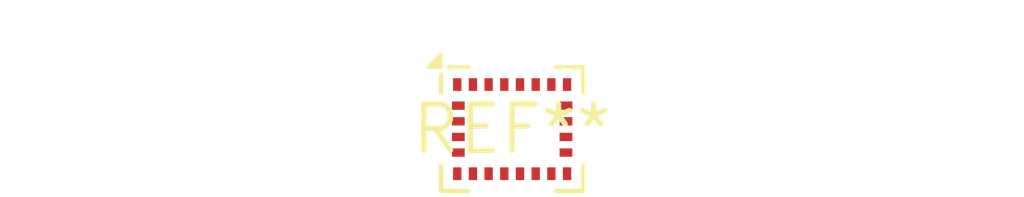
<source format=kicad_pcb>
(kicad_pcb (version 20240108) (generator pcbnew)
  (layers (0 "F.Cu" signal) (31 "B.Cu" signal) (34 "B.Paste" user) (35 "F.Paste" user) (36 "B.SilkS" user "B.Silkscreen") (37 "F.SilkS" user "F.Silkscreen") (38 "B.Mask" user) (39 "F.Mask" user) (44 "Edge.Cuts" user))
  (net 0 "")
  (footprint "LGA-24L_3x3.5mm_P0.43mm" (layer "F.Cu") (at 0 0)
    (property "Reference" "REF**")
    (property "Value" "LGA-24L_3x3.5mm_P0.43mm")
    (fp_line (start -1.95 -1.5) (end -1.95 -1) (layer "F.SilkS") (stroke (width 0.12)))
    (fp_line (start -1.95 1.7) (end -1.95 1) (layer "F.SilkS") (stroke (width 0.12)))
    (fp_line (start -1.2 -1.7) (end -1.75 -1.7) (layer "F.SilkS") (stroke (width 0.12)))
    (fp_line (start -1.2 1.7) (end -1.95 1.7) (layer "F.SilkS") (stroke (width 0.12)))
    (fp_line (start 1.2 -1.7) (end 1.95 -1.7) (layer "F.SilkS") (stroke (width 0.12)))
    (fp_line (start 1.95 -1.7) (end 1.95 -1) (layer "F.SilkS") (stroke (width 0.12)))
    (fp_line (start 1.95 1) (end 1.95 1.7) (layer "F.SilkS") (stroke (width 0.12)))
    (fp_line (start 1.95 1.7) (end 1.2 1.7) (layer "F.SilkS") (stroke (width 0.12)))
    (fp_poly (pts (xy -1.95 -1.7) (xy -2.31 -1.7) (xy -1.95 -2.06) (xy -1.95 -1.7)) (layer "F.SilkS") (stroke (width 0.1)) (fill solid))
    (pad "1" smd rect (at -1.505 -1.225) (size 0.23 0.35) (layers "F.Cu" "F.Paste" "F.Mask"))
    (pad "2" smd rect (at -1.475 -0.645) (size 0.35 0.23) (layers "F.Cu" "F.Paste" "F.Mask"))
    (pad "3" smd rect (at -1.475 -0.215) (size 0.35 0.23) (layers "F.Cu" "F.Paste" "F.Mask"))
    (pad "4" smd rect (at -1.475 0.215) (size 0.35 0.23) (layers "F.Cu" "F.Paste" "F.Mask"))
    (pad "5" smd rect (at -1.475 0.645) (size 0.35 0.23) (layers "F.Cu" "F.Paste" "F.Mask"))
    (pad "6" smd rect (at -1.505 1.225) (size 0.23 0.35) (layers "F.Cu" "F.Paste" "F.Mask"))
    (pad "7" smd rect (at -1.075 1.225) (size 0.23 0.35) (layers "F.Cu" "F.Paste" "F.Mask"))
    (pad "8" smd rect (at -0.645 1.225) (size 0.23 0.35) (layers "F.Cu" "F.Paste" "F.Mask"))
    (pad "9" smd rect (at -0.215 1.225) (size 0.23 0.35) (layers "F.Cu" "F.Paste" "F.Mask"))
    (pad "10" smd rect (at 0.215 1.225) (size 0.23 0.35) (layers "F.Cu" "F.Paste" "F.Mask"))
    (pad "11" smd rect (at 0.645 1.225) (size 0.23 0.35) (layers "F.Cu" "F.Paste" "F.Mask"))
    (pad "12" smd rect (at 1.075 1.225) (size 0.23 0.35) (layers "F.Cu" "F.Paste" "F.Mask"))
    (pad "13" smd rect (at 1.505 1.225) (size 0.23 0.35) (layers "F.Cu" "F.Paste" "F.Mask"))
    (pad "14" smd rect (at 1.475 0.645) (size 0.35 0.23) (layers "F.Cu" "F.Paste" "F.Mask"))
    (pad "15" smd rect (at 1.475 0.215) (size 0.35 0.23) (layers "F.Cu" "F.Paste" "F.Mask"))
    (pad "16" smd rect (at 1.475 -0.215) (size 0.35 0.23) (layers "F.Cu" "F.Paste" "F.Mask"))
    (pad "17" smd rect (at 1.475 -0.645) (size 0.35 0.23) (layers "F.Cu" "F.Paste" "F.Mask"))
    (pad "18" smd rect (at 1.505 -1.225) (size 0.23 0.35) (layers "F.Cu" "F.Paste" "F.Mask"))
    (pad "19" smd rect (at 1.075 -1.225) (size 0.23 0.35) (layers "F.Cu" "F.Paste" "F.Mask"))
    (pad "20" smd rect (at 0.645 -1.225) (size 0.23 0.35) (layers "F.Cu" "F.Paste" "F.Mask"))
    (pad "21" smd rect (at 0.215 -1.225) (size 0.23 0.35) (layers "F.Cu" "F.Paste" "F.Mask"))
    (pad "22" smd rect (at -0.215 -1.225) (size 0.23 0.35) (layers "F.Cu" "F.Paste" "F.Mask"))
    (pad "23" smd rect (at -0.645 -1.225) (size 0.23 0.35) (layers "F.Cu" "F.Paste" "F.Mask"))
    (pad "24" smd rect (at -1.075 -1.225) (size 0.23 0.35) (layers "F.Cu" "F.Paste" "F.Mask"))
  )
)
</source>
